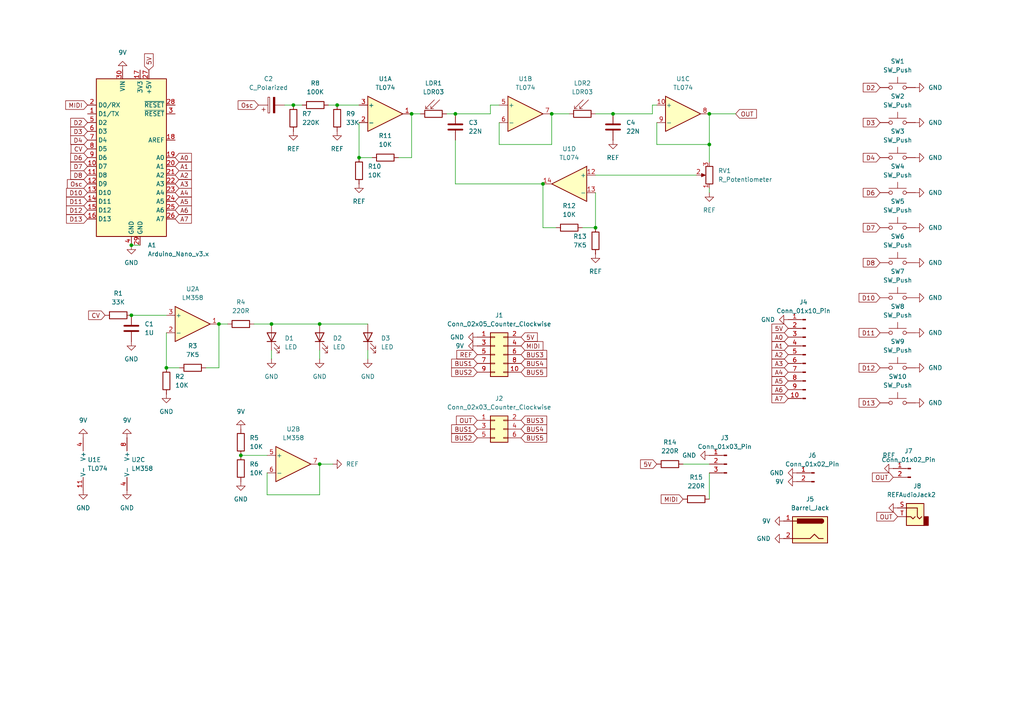
<source format=kicad_sch>
(kicad_sch (version 20231120) (generator "eeschema") (generator_version "8.0")
  (paper "A4")
  (lib_symbols
    (symbol "Amplifier_Operational:LM358" (pin_names (offset 0.127))
      (property "Reference" "U" (at 0 5.08 0))
      (property "Value" "LM358" (at 0 -5.08 0))
      (symbol "LM358_1_1"
        (pin output line (at 7.62 0 180) (length 2.54) (name "~") (number "1"))
        (pin input line (at -7.62 -2.54 0) (length 2.54) (name "-") (number "2"))
        (pin input line (at -7.62 2.54 0) (length 2.54) (name "+") (number "3"))
      )
      (symbol "LM358_2_1"
        (pin input line (at -7.62 2.54 0) (length 2.54) (name "+") (number "5"))
        (pin input line (at -7.62 -2.54 0) (length 2.54) (name "-") (number "6"))
        (pin output line (at 7.62 0 180) (length 2.54) (name "~") (number "7"))
      )
      (symbol "LM358_3_1"
        (pin power_in line (at -2.54 -7.62 90) (length 3.81) (name "V-") (number "4"))
        (pin power_in line (at -2.54 7.62 270) (length 3.81) (name "V+") (number "8"))
      )
    )
    (symbol "Amplifier_Operational:TL074" (pin_names (offset 0.127))
      (property "Reference" "U" (at 0 5.08 0))
      (property "Value" "TL074" (at 0 -5.08 0))
      (symbol "TL074_1_1"
        (pin output line (at 7.62 0 180) (length 2.54) (name "~") (number "1"))
        (pin input line (at -7.62 -2.54 0) (length 2.54) (name "-") (number "2"))
        (pin input line (at -7.62 2.54 0) (length 2.54) (name "+") (number "3"))
      )
      (symbol "TL074_2_1"
        (pin input line (at -7.62 2.54 0) (length 2.54) (name "+") (number "5"))
        (pin input line (at -7.62 -2.54 0) (length 2.54) (name "-") (number "6"))
        (pin output line (at 7.62 0 180) (length 2.54) (name "~") (number "7"))
      )
      (symbol "TL074_3_1"
        (pin input line (at -7.62 2.54 0) (length 2.54) (name "+") (number "10"))
        (pin output line (at 7.62 0 180) (length 2.54) (name "~") (number "8"))
        (pin input line (at -7.62 -2.54 0) (length 2.54) (name "-") (number "9"))
      )
      (symbol "TL074_4_1"
        (pin input line (at -7.62 2.54 0) (length 2.54) (name "+") (number "12"))
        (pin input line (at -7.62 -2.54 0) (length 2.54) (name "-") (number "13"))
        (pin output line (at 7.62 0 180) (length 2.54) (name "~") (number "14"))
      )
      (symbol "TL074_5_1"
        (pin power_in line (at -2.54 -7.62 90) (length 3.81) (name "V-") (number "11"))
        (pin power_in line (at -2.54 7.62 270) (length 3.81) (name "V+") (number "4"))
      )
    )
    (symbol "Connector:Barrel_Jack" (pin_names (offset 1.016))
      (property "Reference" "J" (at 0 5.334 0))
      (property "Value" "Barrel_Jack" (at 0 -5.08 0))
      (symbol "Barrel_Jack_1_1"
        (pin passive line (at 7.62 2.54 180) (length 2.54) (name "~") (number "1"))
        (pin passive line (at 7.62 -2.54 180) (length 2.54) (name "~") (number "2"))
      )
    )
    (symbol "Connector:Conn_01x02_Pin" (pin_names (offset 1.016) hide)
      (property "Reference" "J" (at 0 2.54 0))
      (property "Value" "Conn_01x02_Pin" (at 0 -5.08 0))
      (symbol "Conn_01x02_Pin_1_1"
        (pin passive line (at 5.08 0 180) (length 3.81) (name "Pin_1") (number "1"))
        (pin passive line (at 5.08 -2.54 180) (length 3.81) (name "Pin_2") (number "2"))
      )
    )
    (symbol "Connector:Conn_01x03_Pin" (pin_names (offset 1.016) hide)
      (property "Reference" "J" (at 0 5.08 0))
      (property "Value" "Conn_01x03_Pin" (at 0 -5.08 0))
      (symbol "Conn_01x03_Pin_1_1"
        (pin passive line (at 5.08 2.54 180) (length 3.81) (name "Pin_1") (number "1"))
        (pin passive line (at 5.08 0 180) (length 3.81) (name "Pin_2") (number "2"))
        (pin passive line (at 5.08 -2.54 180) (length 3.81) (name "Pin_3") (number "3"))
      )
    )
    (symbol "Connector:Conn_01x10_Pin" (pin_names (offset 1.016) hide)
      (property "Reference" "J" (at 0 12.7 0))
      (property "Value" "Conn_01x10_Pin" (at 0 -15.24 0))
      (symbol "Conn_01x10_Pin_1_1"
        (pin passive line (at 5.08 10.16 180) (length 3.81) (name "Pin_1") (number "1"))
        (pin passive line (at 5.08 -12.7 180) (length 3.81) (name "Pin_10") (number "10"))
        (pin passive line (at 5.08 7.62 180) (length 3.81) (name "Pin_2") (number "2"))
        (pin passive line (at 5.08 5.08 180) (length 3.81) (name "Pin_3") (number "3"))
        (pin passive line (at 5.08 2.54 180) (length 3.81) (name "Pin_4") (number "4"))
        (pin passive line (at 5.08 0 180) (length 3.81) (name "Pin_5") (number "5"))
        (pin passive line (at 5.08 -2.54 180) (length 3.81) (name "Pin_6") (number "6"))
        (pin passive line (at 5.08 -5.08 180) (length 3.81) (name "Pin_7") (number "7"))
        (pin passive line (at 5.08 -7.62 180) (length 3.81) (name "Pin_8") (number "8"))
        (pin passive line (at 5.08 -10.16 180) (length 3.81) (name "Pin_9") (number "9"))
      )
    )
    (symbol "Connector_Audio:AudioJack2"
      (property "Reference" "J" (at 0 8.89 0))
      (property "Value" "AudioJack2" (at 0 6.35 0))
      (symbol "AudioJack2_1_1"
        (pin passive line (at 5.08 2.54 180) (length 2.54) (name "~") (number "S"))
        (pin passive line (at 5.08 0 180) (length 2.54) (name "~") (number "T"))
      )
    )
    (symbol "Connector_Generic:Conn_02x03_Odd_Even" (pin_names (offset 1.016) hide)
      (property "Reference" "J" (at 1.27 5.08 0))
      (property "Value" "Conn_02x03_Odd_Even" (at 1.27 -5.08 0))
      (symbol "Conn_02x03_Odd_Even_1_1"
        (pin passive line (at -5.08 2.54 0) (length 3.81) (name "Pin_1") (number "1"))
        (pin passive line (at 7.62 2.54 180) (length 3.81) (name "Pin_2") (number "2"))
        (pin passive line (at -5.08 0 0) (length 3.81) (name "Pin_3") (number "3"))
        (pin passive line (at 7.62 0 180) (length 3.81) (name "Pin_4") (number "4"))
        (pin passive line (at -5.08 -2.54 0) (length 3.81) (name "Pin_5") (number "5"))
        (pin passive line (at 7.62 -2.54 180) (length 3.81) (name "Pin_6") (number "6"))
      )
    )
    (symbol "Connector_Generic:Conn_02x05_Odd_Even" (pin_names (offset 1.016) hide)
      (property "Reference" "J" (at 1.27 7.62 0))
      (property "Value" "Conn_02x05_Odd_Even" (at 1.27 -7.62 0))
      (symbol "Conn_02x05_Odd_Even_1_1"
        (pin passive line (at -5.08 5.08 0) (length 3.81) (name "Pin_1") (number "1"))
        (pin passive line (at 7.62 -5.08 180) (length 3.81) (name "Pin_10") (number "10"))
        (pin passive line (at 7.62 5.08 180) (length 3.81) (name "Pin_2") (number "2"))
        (pin passive line (at -5.08 2.54 0) (length 3.81) (name "Pin_3") (number "3"))
        (pin passive line (at 7.62 2.54 180) (length 3.81) (name "Pin_4") (number "4"))
        (pin passive line (at -5.08 0 0) (length 3.81) (name "Pin_5") (number "5"))
        (pin passive line (at 7.62 0 180) (length 3.81) (name "Pin_6") (number "6"))
        (pin passive line (at -5.08 -2.54 0) (length 3.81) (name "Pin_7") (number "7"))
        (pin passive line (at 7.62 -2.54 180) (length 3.81) (name "Pin_8") (number "8"))
        (pin passive line (at -5.08 -5.08 0) (length 3.81) (name "Pin_9") (number "9"))
      )
    )
    (symbol "Device:C" (pin_numbers hide) (pin_names (offset 0.254))
      (property "Reference" "C" (at 0.635 2.54 0))
      (property "Value" "C" (at 0.635 -2.54 0))
      (symbol "C_1_1"
        (pin passive line (at 0 3.81 270) (length 2.794) (name "~") (number "1"))
        (pin passive line (at 0 -3.81 90) (length 2.794) (name "~") (number "2"))
      )
    )
    (symbol "Device:C_Polarized" (pin_numbers hide) (pin_names (offset 0.254))
      (property "Reference" "C" (at 0.635 2.54 0))
      (property "Value" "C_Polarized" (at 0.635 -2.54 0))
      (symbol "C_Polarized_1_1"
        (pin passive line (at 0 3.81 270) (length 2.794) (name "~") (number "1"))
        (pin passive line (at 0 -3.81 90) (length 2.794) (name "~") (number "2"))
      )
    )
    (symbol "Device:LED" (pin_numbers hide) (pin_names (offset 1.016) hide)
      (property "Reference" "D" (at 0 2.54 0))
      (property "Value" "LED" (at 0 -2.54 0))
      (symbol "LED_1_1"
        (pin passive line (at -3.81 0 0) (length 2.54) (name "K") (number "1"))
        (pin passive line (at 3.81 0 180) (length 2.54) (name "A") (number "2"))
      )
    )
    (symbol "Device:R" (pin_numbers hide) (pin_names (offset 0))
      (property "Reference" "R" (at 2.032 0 90))
      (property "Value" "R" (at 0 0 90))
      (symbol "R_1_1"
        (pin passive line (at 0 3.81 270) (length 1.27) (name "~") (number "1"))
        (pin passive line (at 0 -3.81 90) (length 1.27) (name "~") (number "2"))
      )
    )
    (symbol "Device:R_Potentiometer" (pin_names (offset 1.016) hide)
      (property "Reference" "RV" (at -4.445 0 90))
      (property "Value" "R_Potentiometer" (at -2.54 0 90))
      (symbol "R_Potentiometer_1_1"
        (pin passive line (at 0 3.81 270) (length 1.27) (name "1") (number "1"))
        (pin passive line (at 3.81 0 180) (length 1.27) (name "2") (number "2"))
        (pin passive line (at 0 -3.81 90) (length 1.27) (name "3") (number "3"))
      )
    )
    (symbol "MCU_Module:Arduino_Nano_v3.x"
      (property "Reference" "A" (at -10.16 23.495 0))
      (property "Value" "Arduino_Nano_v3.x" (at 5.08 -24.13 0))
      (symbol "Arduino_Nano_v3.x_1_1"
        (pin bidirectional line (at -12.7 12.7 0) (length 2.54) (name "D1/TX") (number "1"))
        (pin bidirectional line (at -12.7 -2.54 0) (length 2.54) (name "D7") (number "10"))
        (pin bidirectional line (at -12.7 -5.08 0) (length 2.54) (name "D8") (number "11"))
        (pin bidirectional line (at -12.7 -7.62 0) (length 2.54) (name "D9") (number "12"))
        (pin bidirectional line (at -12.7 -10.16 0) (length 2.54) (name "D10") (number "13"))
        (pin bidirectional line (at -12.7 -12.7 0) (length 2.54) (name "D11") (number "14"))
        (pin bidirectional line (at -12.7 -15.24 0) (length 2.54) (name "D12") (number "15"))
        (pin bidirectional line (at -12.7 -17.78 0) (length 2.54) (name "D13") (number "16"))
        (pin power_out line (at 2.54 25.4 270) (length 2.54) (name "3V3") (number "17"))
        (pin input line (at 12.7 5.08 180) (length 2.54) (name "AREF") (number "18"))
        (pin bidirectional line (at 12.7 0 180) (length 2.54) (name "A0") (number "19"))
        (pin bidirectional line (at -12.7 15.24 0) (length 2.54) (name "D0/RX") (number "2"))
        (pin bidirectional line (at 12.7 -2.54 180) (length 2.54) (name "A1") (number "20"))
        (pin bidirectional line (at 12.7 -5.08 180) (length 2.54) (name "A2") (number "21"))
        (pin bidirectional line (at 12.7 -7.62 180) (length 2.54) (name "A3") (number "22"))
        (pin bidirectional line (at 12.7 -10.16 180) (length 2.54) (name "A4") (number "23"))
        (pin bidirectional line (at 12.7 -12.7 180) (length 2.54) (name "A5") (number "24"))
        (pin bidirectional line (at 12.7 -15.24 180) (length 2.54) (name "A6") (number "25"))
        (pin bidirectional line (at 12.7 -17.78 180) (length 2.54) (name "A7") (number "26"))
        (pin power_out line (at 5.08 25.4 270) (length 2.54) (name "+5V") (number "27"))
        (pin input line (at 12.7 15.24 180) (length 2.54) (name "~{RESET}") (number "28"))
        (pin power_in line (at 2.54 -25.4 90) (length 2.54) (name "GND") (number "29"))
        (pin input line (at 12.7 12.7 180) (length 2.54) (name "~{RESET}") (number "3"))
        (pin power_in line (at -2.54 25.4 270) (length 2.54) (name "VIN") (number "30"))
        (pin power_in line (at 0 -25.4 90) (length 2.54) (name "GND") (number "4"))
        (pin bidirectional line (at -12.7 10.16 0) (length 2.54) (name "D2") (number "5"))
        (pin bidirectional line (at -12.7 7.62 0) (length 2.54) (name "D3") (number "6"))
        (pin bidirectional line (at -12.7 5.08 0) (length 2.54) (name "D4") (number "7"))
        (pin bidirectional line (at -12.7 2.54 0) (length 2.54) (name "D5") (number "8"))
        (pin bidirectional line (at -12.7 0 0) (length 2.54) (name "D6") (number "9"))
      )
    )
    (symbol "Sensor_Optical:LDR03" (pin_numbers hide) (pin_names (offset 0))
      (property "Reference" "R" (at -5.08 0 90))
      (property "Value" "LDR03" (at 1.905 0 90))
      (symbol "LDR03_1_1"
        (pin passive line (at 0 3.81 270) (length 1.27) (name "~") (number "1"))
        (pin passive line (at 0 -3.81 90) (length 1.27) (name "~") (number "2"))
      )
    )
    (symbol "Switch:SW_Push" (pin_numbers hide) (pin_names (offset 1.016) hide)
      (property "Reference" "SW" (at 1.27 2.54 0))
      (property "Value" "SW_Push" (at 0 -1.524 0))
      (symbol "SW_Push_0_1"
        (pin passive line (at -5.08 0 0) (length 2.54) (name "1") (number "1"))
        (pin passive line (at 5.08 0 180) (length 2.54) (name "2") (number "2"))
      )
    )
    (symbol "power:GND" (power) (pin_numbers hide) (pin_names (offset 0) hide)
      (property "Value" "GND" (at 0 -3.81 0))
      (symbol "GND_1_1"
        (pin power_in line (at 0 0 270) (length 0) (name "~") (number "1"))
      )
    )
  )
  (junction (at 205.74 41.91))
  (junction (at 132.08 33.02))
  (junction (at 38.1 71.12))
  (junction (at 48.26 106.68))
  (junction (at 177.8 33.02))
  (junction (at 160.02 33.02))
  (junction (at 119.38 33.02))
  (junction (at 63.5 93.98))
  (junction (at 104.14 45.72))
  (junction (at 69.85 132.08))
  (junction (at 157.48 53.34))
  (junction (at 205.74 33.02))
  (junction (at 92.71 134.62))
  (junction (at 97.79 30.48))
  (junction (at 38.1 91.44))
  (junction (at 78.74 93.98))
  (junction (at 85.09 30.48))
  (junction (at 92.71 93.98))
  (junction (at 172.72 66.04))
  (no_connect (at 205.74 290.83))
  (no_connect (at 123.19 227.33))
  (wire (pts (xy 189.23 30.48) (xy 189.23 33.02)))
  (wire (pts (xy 189.23 33.02) (xy 177.8 33.02)))
  (wire (pts (xy 132.08 40.64) (xy 132.08 53.34)))
  (wire (pts (xy 48.26 106.68) (xy 48.26 96.52)))
  (wire (pts (xy 96.52 134.62) (xy 92.71 134.62)))
  (wire (pts (xy 85.09 30.48) (xy 87.63 30.48)))
  (wire (pts (xy 168.91 66.04) (xy 172.72 66.04)))
  (wire (pts (xy 190.5 41.91) (xy 205.74 41.91)))
  (wire (pts (xy 132.08 53.34) (xy 157.48 53.34)))
  (wire (pts (xy 165.1 33.02) (xy 160.02 33.02)))
  (wire (pts (xy 95.25 30.48) (xy 97.79 30.48)))
  (wire (pts (xy 142.24 30.48) (xy 142.24 33.02)))
  (wire (pts (xy 121.92 33.02) (xy 119.38 33.02)))
  (wire (pts (xy 142.24 30.48) (xy 144.78 30.48)))
  (wire (pts (xy 69.85 132.08) (xy 77.47 132.08)))
  (wire (pts (xy 38.1 71.12) (xy 40.64 71.12)))
  (wire (pts (xy 160.02 41.91) (xy 160.02 33.02)))
  (wire (pts (xy 190.5 35.56) (xy 190.5 41.91)))
  (wire (pts (xy 198.12 134.62) (xy 205.74 134.62)))
  (wire (pts (xy 205.74 46.99) (xy 205.74 41.91)))
  (wire (pts (xy 77.47 137.16) (xy 77.47 143.51)))
  (wire (pts (xy 172.72 50.8) (xy 201.93 50.8)))
  (wire (pts (xy 132.08 33.02) (xy 129.54 33.02)))
  (wire (pts (xy 107.95 45.72) (xy 104.14 45.72)))
  (wire (pts (xy 205.74 33.02) (xy 213.36 33.02)))
  (wire (pts (xy 78.74 93.98) (xy 73.66 93.98)))
  (wire (pts (xy 48.26 106.68) (xy 52.07 106.68)))
  (wire (pts (xy 119.38 45.72) (xy 115.57 45.72)))
  (wire (pts (xy 144.78 35.56) (xy 144.78 41.91)))
  (wire (pts (xy 205.74 144.78) (xy 205.74 137.16)))
  (wire (pts (xy 106.68 104.14) (xy 106.68 101.6)))
  (wire (pts (xy 78.74 93.98) (xy 92.71 93.98)))
  (wire (pts (xy 97.79 30.48) (xy 104.14 30.48)))
  (wire (pts (xy 92.71 143.51) (xy 92.71 134.62)))
  (wire (pts (xy 172.72 55.88) (xy 172.72 66.04)))
  (wire (pts (xy 205.74 41.91) (xy 205.74 33.02)))
  (wire (pts (xy 59.69 106.68) (xy 63.5 106.68)))
  (wire (pts (xy 63.5 93.98) (xy 63.5 106.68)))
  (wire (pts (xy 205.74 54.61) (xy 205.74 55.88)))
  (wire (pts (xy 104.14 45.72) (xy 104.14 35.56)))
  (wire (pts (xy 78.74 104.14) (xy 78.74 101.6)))
  (wire (pts (xy 82.55 30.48) (xy 85.09 30.48)))
  (wire (pts (xy 190.5 30.48) (xy 189.23 30.48)))
  (wire (pts (xy 92.71 104.14) (xy 92.71 101.6)))
  (wire (pts (xy 119.38 33.02) (xy 119.38 45.72)))
  (wire (pts (xy 66.04 93.98) (xy 63.5 93.98)))
  (wire (pts (xy 177.8 33.02) (xy 172.72 33.02)))
  (wire (pts (xy 144.78 41.91) (xy 160.02 41.91)))
  (wire (pts (xy 142.24 33.02) (xy 132.08 33.02)))
  (wire (pts (xy 157.48 53.34) (xy 157.48 66.04)))
  (wire (pts (xy 157.48 66.04) (xy 161.29 66.04)))
  (wire (pts (xy 77.47 143.51) (xy 92.71 143.51)))
  (wire (pts (xy 92.71 93.98) (xy 106.68 93.98)))
  (wire (pts (xy 38.1 91.44) (xy 48.26 91.44)))
  (global_label "A7" (shape input) (at 50.8 63.5 0) (property "Intersheetrefs" "${INTERSHEET_REFS}" (effects (hide yes))))
  (global_label "A4" (shape input) (at 50.8 55.88 0) (property "Intersheetrefs" "${INTERSHEET_REFS}" (effects (hide yes))))
  (global_label "A6" (shape input) (at 50.8 60.96 0) (property "Intersheetrefs" "${INTERSHEET_REFS}" (effects (hide yes))))
  (global_label "MIDI" (shape input) (at 198.12 144.78 180) (property "Intersheetrefs" "${INTERSHEET_REFS}" (effects (hide yes))))
  (global_label "D4" (shape input) (at 25.4 40.64 180) (property "Intersheetrefs" "${INTERSHEET_REFS}" (effects (hide yes))))
  (global_label "BUS1" (shape input) (at 138.43 124.46 180) (property "Intersheetrefs" "${INTERSHEET_REFS}" (effects (hide yes))))
  (global_label "REF" (shape input) (at 138.43 102.87 180) (property "Intersheetrefs" "${INTERSHEET_REFS}" (effects (hide yes))))
  (global_label "D3" (shape input) (at 255.27 35.56 180) (property "Intersheetrefs" "${INTERSHEET_REFS}" (effects (hide yes))))
  (global_label "D10" (shape input) (at 255.27 86.36 180) (property "Intersheetrefs" "${INTERSHEET_REFS}" (effects (hide yes))))
  (global_label "BUS3" (shape input) (at 151.13 102.87 0) (property "Intersheetrefs" "${INTERSHEET_REFS}" (effects (hide yes))))
  (global_label "A0" (shape input) (at 50.8 45.72 0) (property "Intersheetrefs" "${INTERSHEET_REFS}" (effects (hide yes))))
  (global_label "MIDI" (shape input) (at 151.13 100.33 0) (property "Intersheetrefs" "${INTERSHEET_REFS}" (effects (hide yes))))
  (global_label "A1" (shape input) (at 50.8 48.26 0) (property "Intersheetrefs" "${INTERSHEET_REFS}" (effects (hide yes))))
  (global_label "A2" (shape input) (at 228.6 102.87 180) (property "Intersheetrefs" "${INTERSHEET_REFS}" (effects (hide yes))))
  (global_label "OUT" (shape input) (at 138.43 121.92 180) (property "Intersheetrefs" "${INTERSHEET_REFS}" (effects (hide yes))))
  (global_label "D12" (shape input) (at 25.4 60.96 180) (property "Intersheetrefs" "${INTERSHEET_REFS}" (effects (hide yes))))
  (global_label "D13" (shape input) (at 255.27 116.84 180) (property "Intersheetrefs" "${INTERSHEET_REFS}" (effects (hide yes))))
  (global_label "BUS2" (shape input) (at 138.43 127 180) (property "Intersheetrefs" "${INTERSHEET_REFS}" (effects (hide yes))))
  (global_label "5V" (shape input) (at 190.5 134.62 180) (property "Intersheetrefs" "${INTERSHEET_REFS}" (effects (hide yes))))
  (global_label "OUT" (shape input) (at 213.36 33.02 0) (property "Intersheetrefs" "${INTERSHEET_REFS}" (effects (hide yes))))
  (global_label "A3" (shape input) (at 228.6 105.41 180) (property "Intersheetrefs" "${INTERSHEET_REFS}" (effects (hide yes))))
  (global_label "5V" (shape input) (at 151.13 97.79 0) (property "Intersheetrefs" "${INTERSHEET_REFS}" (effects (hide yes))))
  (global_label "5V" (shape input) (at 228.6 95.25 180) (property "Intersheetrefs" "${INTERSHEET_REFS}" (effects (hide yes))))
  (global_label "D2" (shape input) (at 25.4 35.56 180) (property "Intersheetrefs" "${INTERSHEET_REFS}" (effects (hide yes))))
  (global_label "D3" (shape input) (at 25.4 38.1 180) (property "Intersheetrefs" "${INTERSHEET_REFS}" (effects (hide yes))))
  (global_label "OUT" (shape input) (at 259.08 138.43 180) (property "Intersheetrefs" "${INTERSHEET_REFS}" (effects (hide yes))))
  (global_label "5V" (shape input) (at 43.18 20.32 90) (property "Intersheetrefs" "${INTERSHEET_REFS}" (effects (hide yes))))
  (global_label "D8" (shape input) (at 255.27 76.2 180) (property "Intersheetrefs" "${INTERSHEET_REFS}" (effects (hide yes))))
  (global_label "BUS1" (shape input) (at 138.43 105.41 180) (property "Intersheetrefs" "${INTERSHEET_REFS}" (effects (hide yes))))
  (global_label "A4" (shape input) (at 228.6 107.95 180) (property "Intersheetrefs" "${INTERSHEET_REFS}" (effects (hide yes))))
  (global_label "Osc" (shape input) (at 74.93 30.48 180) (property "Intersheetrefs" "${INTERSHEET_REFS}" (effects (hide yes))))
  (global_label "CV" (shape input) (at 25.4 43.18 180) (property "Intersheetrefs" "${INTERSHEET_REFS}" (effects (hide yes))))
  (global_label "D10" (shape input) (at 25.4 55.88 180) (property "Intersheetrefs" "${INTERSHEET_REFS}" (effects (hide yes))))
  (global_label "BUS3" (shape input) (at 151.13 121.92 0) (property "Intersheetrefs" "${INTERSHEET_REFS}" (effects (hide yes))))
  (global_label "D2" (shape input) (at 255.27 25.4 180) (property "Intersheetrefs" "${INTERSHEET_REFS}" (effects (hide yes))))
  (global_label "BUS4" (shape input) (at 151.13 124.46 0) (property "Intersheetrefs" "${INTERSHEET_REFS}" (effects (hide yes))))
  (global_label "Osc" (shape input) (at 25.4 53.34 180) (property "Intersheetrefs" "${INTERSHEET_REFS}" (effects (hide yes))))
  (global_label "D4" (shape input) (at 255.27 45.72 180) (property "Intersheetrefs" "${INTERSHEET_REFS}" (effects (hide yes))))
  (global_label "D11" (shape input) (at 25.4 58.42 180) (property "Intersheetrefs" "${INTERSHEET_REFS}" (effects (hide yes))))
  (global_label "BUS5" (shape input) (at 151.13 127 0) (property "Intersheetrefs" "${INTERSHEET_REFS}" (effects (hide yes))))
  (global_label "A6" (shape input) (at 228.6 113.03 180) (property "Intersheetrefs" "${INTERSHEET_REFS}" (effects (hide yes))))
  (global_label "A5" (shape input) (at 50.8 58.42 0) (property "Intersheetrefs" "${INTERSHEET_REFS}" (effects (hide yes))))
  (global_label "A3" (shape input) (at 50.8 53.34 0) (property "Intersheetrefs" "${INTERSHEET_REFS}" (effects (hide yes))))
  (global_label "D6" (shape input) (at 25.4 45.72 180) (property "Intersheetrefs" "${INTERSHEET_REFS}" (effects (hide yes))))
  (global_label "A7" (shape input) (at 228.6 115.57 180) (property "Intersheetrefs" "${INTERSHEET_REFS}" (effects (hide yes))))
  (global_label "BUS4" (shape input) (at 151.13 105.41 0) (property "Intersheetrefs" "${INTERSHEET_REFS}" (effects (hide yes))))
  (global_label "A1" (shape input) (at 228.6 100.33 180) (property "Intersheetrefs" "${INTERSHEET_REFS}" (effects (hide yes))))
  (global_label "A5" (shape input) (at 228.6 110.49 180) (property "Intersheetrefs" "${INTERSHEET_REFS}" (effects (hide yes))))
  (global_label "BUS5" (shape input) (at 151.13 107.95 0) (property "Intersheetrefs" "${INTERSHEET_REFS}" (effects (hide yes))))
  (global_label "D7" (shape input) (at 25.4 48.26 180) (property "Intersheetrefs" "${INTERSHEET_REFS}" (effects (hide yes))))
  (global_label "D8" (shape input) (at 25.4 50.8 180) (property "Intersheetrefs" "${INTERSHEET_REFS}" (effects (hide yes))))
  (global_label "A0" (shape input) (at 228.6 97.79 180) (property "Intersheetrefs" "${INTERSHEET_REFS}" (effects (hide yes))))
  (global_label "D7" (shape input) (at 255.27 66.04 180) (property "Intersheetrefs" "${INTERSHEET_REFS}" (effects (hide yes))))
  (global_label "D11" (shape input) (at 255.27 96.52 180) (property "Intersheetrefs" "${INTERSHEET_REFS}" (effects (hide yes))))
  (global_label "CV" (shape input) (at 30.48 91.44 180) (property "Intersheetrefs" "${INTERSHEET_REFS}" (effects (hide yes))))
  (global_label "OUT" (shape input) (at 260.35 149.86 180) (property "Intersheetrefs" "${INTERSHEET_REFS}" (effects (hide yes))))
  (global_label "MIDI" (shape input) (at 25.4 30.48 180) (property "Intersheetrefs" "${INTERSHEET_REFS}" (effects (hide yes))))
  (global_label "A2" (shape input) (at 50.8 50.8 0) (property "Intersheetrefs" "${INTERSHEET_REFS}" (effects (hide yes))))
  (global_label "D12" (shape input) (at 255.27 106.68 180) (property "Intersheetrefs" "${INTERSHEET_REFS}" (effects (hide yes))))
  (global_label "D6" (shape input) (at 255.27 55.88 180) (property "Intersheetrefs" "${INTERSHEET_REFS}" (effects (hide yes))))
  (global_label "D13" (shape input) (at 25.4 63.5 180) (property "Intersheetrefs" "${INTERSHEET_REFS}" (effects (hide yes))))
  (global_label "BUS2" (shape input) (at 138.43 107.95 180) (property "Intersheetrefs" "${INTERSHEET_REFS}" (effects (hide yes))))
  (symbol (lib_id "Sensor_Optical:LDR03") (at 168.91 33.02 270) (unit 1)
    (property "Reference" "LDR2" (at 168.91 24.13 90))
    (property "Value" "LDR03" (at 168.91 26.67 90))
    (property "Footprint" "OptoDevice:R_LDR_5.0x4.1mm_P3mm_Vertical" (effects (hide yes)))
    (property "Datasheet" "http://www.elektronica-componenten.nl/WebRoot/StoreNL/Shops/61422969/54F1/BA0C/C664/31B9/2173/C0A8/2AB9/2AEF/LDR03IMP.pdf" (effects (hide yes)))
    (property "Description" "light dependent resistor" (effects (hide yes)))
  )
  (symbol (lib_id "power:GND") (at 36.83 127 180) (unit 1)
    (property "Reference" "#PWR04" (effects (hide yes)))
    (property "Value" "9V" (at 36.83 121.92 0))
    (property "Description" "Power symbol creates a global label with name \"GND\" , ground" (effects (hide yes)))
  )
  (symbol (lib_id "power:GND") (at 38.1 99.06 0) (unit 1)
    (property "Reference" "#PWR07" (effects (hide yes)))
    (property "Value" "GND" (at 38.1 104.14 0))
    (property "Description" "Power symbol creates a global label with name \"GND\" , ground" (effects (hide yes)))
  )
  (symbol (lib_id "power:GND") (at 205.74 55.88 0) (unit 1)
    (property "Reference" "#PWR022" (effects (hide yes)))
    (property "Value" "REF" (at 205.74 60.96 0))
    (property "Description" "Power symbol creates a global label with name \"GND\" , ground" (effects (hide yes)))
  )
  (symbol (lib_id "power:GND") (at 106.68 104.14 0) (unit 1)
    (property "Reference" "#PWR017" (effects (hide yes)))
    (property "Value" "GND" (at 106.68 109.22 0))
    (property "Description" "Power symbol creates a global label with name \"GND\" , ground" (effects (hide yes)))
  )
  (symbol (lib_id "Device:R") (at 91.44 30.48 90) (unit 1)
    (property "Reference" "R8" (at 91.44 24.13 90))
    (property "Value" "100K" (at 91.44 26.67 90))
    (property "Footprint" "Resistor_THT:R_Axial_DIN0207_L6.3mm_D2.5mm_P10.16mm_Horizontal" (effects (hide yes)))
    (property "Description" "Resistor" (effects (hide yes)))
  )
  (symbol (lib_id "power:GND") (at 265.43 86.36 90) (unit 1)
    (property "Reference" "#PWR037" (effects (hide yes)))
    (property "Value" "GND" (at 269.24 86.3599 90) (effects (justify right)))
    (property "Description" "Power symbol creates a global label with name \"GND\" , ground" (effects (hide yes)))
  )
  (symbol (lib_id "Connector:Conn_01x03_Pin") (at 210.82 134.62 0) (mirror y) (unit 1)
    (property "Reference" "J3" (at 210.185 127 0))
    (property "Value" "Conn_01x03_Pin" (at 210.185 129.54 0))
    (property "Footprint" "Connector_PinHeader_2.54mm:PinHeader_1x03_P2.54mm_Vertical" (effects (hide yes)))
    (property "Description" "Generic connector, single row, 01x03, script generated" (effects (hide yes)))
  )
  (symbol (lib_id "Amplifier_Operational:LM358") (at 39.37 134.62 0) (unit 3)
    (property "Reference" "U2" (at 38.1 133.3499 0) (effects (justify left)))
    (property "Value" "LM358" (at 38.1 135.8899 0) (effects (justify left)))
    (property "Footprint" "Package_DIP:DIP-8_W7.62mm" (effects (hide yes)))
    (property "Datasheet" "http://www.ti.com/lit/ds/symlink/lm2904-n.pdf" (effects (hide yes)))
    (property "Description" "Low-Power, Dual Operational Amplifiers, DIP-8/SOIC-8/TO-99-8" (effects (hide yes)))
  )
  (symbol (lib_id "Device:LED") (at 78.74 97.79 90) (unit 1)
    (property "Reference" "D1" (at 82.55 98.1074 90) (effects (justify right)))
    (property "Value" "LED" (at 82.55 100.6474 90) (effects (justify right)))
    (property "Footprint" "LED_THT:LED_D5.0mm" (effects (hide yes)))
    (property "Description" "Light emitting diode" (effects (hide yes)))
  )
  (symbol (lib_id "Switch:SW_Push") (at 260.35 25.4 0) (mirror y) (unit 1)
    (property "Reference" "SW1" (at 260.35 17.78 0))
    (property "Value" "SW_Push" (at 260.35 20.32 0))
    (property "Footprint" "Connector_PinHeader_2.54mm:PinHeader_1x02_P2.54mm_Vertical" (effects (hide yes)))
    (property "Description" "Push button switch, generic, two pins" (effects (hide yes)))
  )
  (symbol (lib_id "Connector:Conn_01x02_Pin") (at 236.22 137.16 0) (mirror y) (unit 1)
    (property "Reference" "J6" (at 235.585 132.08 0))
    (property "Value" "Conn_01x02_Pin" (at 235.585 134.62 0))
    (property "Footprint" "Connector_PinHeader_2.54mm:PinHeader_1x02_P2.54mm_Vertical" (effects (hide yes)))
    (property "Description" "Generic connector, single row, 01x02, script generated" (effects (hide yes)))
  )
  (symbol (lib_id "Amplifier_Operational:TL074") (at 111.76 33.02 0) (unit 1)
    (property "Reference" "U1" (at 111.76 22.86 0))
    (property "Value" "TL074" (at 111.76 25.4 0))
    (property "Footprint" "Package_DIP:DIP-14_W7.62mm" (effects (hide yes)))
    (property "Datasheet" "http://www.ti.com/lit/ds/symlink/tl071.pdf" (effects (hide yes)))
    (property "Description" "Quad Low-Noise JFET-Input Operational Amplifiers, DIP-14/SOIC-14" (effects (hide yes)))
  )
  (symbol (lib_id "power:GND") (at 265.43 45.72 90) (unit 1)
    (property "Reference" "#PWR033" (effects (hide yes)))
    (property "Value" "GND" (at 269.24 45.7199 90) (effects (justify right)))
    (property "Description" "Power symbol creates a global label with name \"GND\" , ground" (effects (hide yes)))
  )
  (symbol (lib_id "Device:R") (at 165.1 66.04 90) (mirror x) (unit 1)
    (property "Reference" "R12" (at 165.1 59.69 90))
    (property "Value" "10K" (at 165.1 62.23 90))
    (property "Footprint" "Resistor_THT:R_Axial_DIN0207_L6.3mm_D2.5mm_P10.16mm_Horizontal" (effects (hide yes)))
    (property "Description" "Resistor" (effects (hide yes)))
  )
  (symbol (lib_id "power:GND") (at 96.52 134.62 90) (mirror x) (unit 1)
    (property "Reference" "#PWR014" (effects (hide yes)))
    (property "Value" "REF" (at 100.33 134.6199 90) (effects (justify right)))
    (property "Description" "Power symbol creates a global label with name \"GND\" , ground" (effects (hide yes)))
  )
  (symbol (lib_id "Device:R") (at 55.88 106.68 270) (unit 1)
    (property "Reference" "R3" (at 55.88 100.33 90))
    (property "Value" "7K5" (at 55.88 102.87 90))
    (property "Footprint" "Resistor_THT:R_Axial_DIN0207_L6.3mm_D2.5mm_P10.16mm_Horizontal" (effects (hide yes)))
    (property "Description" "Resistor" (effects (hide yes)))
  )
  (symbol (lib_id "Amplifier_Operational:TL074") (at 198.12 33.02 0) (unit 3)
    (property "Reference" "U1" (at 198.12 22.86 0))
    (property "Value" "TL074" (at 198.12 25.4 0))
    (property "Footprint" "Package_DIP:DIP-14_W7.62mm" (effects (hide yes)))
    (property "Datasheet" "http://www.ti.com/lit/ds/symlink/tl071.pdf" (effects (hide yes)))
    (property "Description" "Quad Low-Noise JFET-Input Operational Amplifiers, DIP-14/SOIC-14" (effects (hide yes)))
  )
  (symbol (lib_id "power:GND") (at 24.13 142.24 0) (unit 1)
    (property "Reference" "#PWR02" (effects (hide yes)))
    (property "Value" "GND" (at 24.13 147.32 0))
    (property "Description" "Power symbol creates a global label with name \"GND\" , ground" (effects (hide yes)))
  )
  (symbol (lib_id "Connector:Barrel_Jack") (at 234.95 153.67 0) (mirror y) (unit 1)
    (property "Reference" "J5" (at 234.95 144.78 0))
    (property "Value" "Barrel_Jack" (at 234.95 147.32 0))
    (property "Footprint" "Connector_BarrelJack:BarrelJack_GCT_DCJ200-10-A_Horizontal" (effects (hide yes)))
    (property "Description" "DC Barrel Jack" (effects (hide yes)))
  )
  (symbol (lib_id "power:GND") (at 265.43 96.52 90) (unit 1)
    (property "Reference" "#PWR038" (effects (hide yes)))
    (property "Value" "GND" (at 269.24 96.5199 90) (effects (justify right)))
    (property "Description" "Power symbol creates a global label with name \"GND\" , ground" (effects (hide yes)))
  )
  (symbol (lib_id "Amplifier_Operational:LM358") (at 55.88 93.98 0) (unit 1)
    (property "Reference" "U2" (at 55.88 83.82 0))
    (property "Value" "LM358" (at 55.88 86.36 0))
    (property "Footprint" "Package_DIP:DIP-8_W7.62mm" (effects (hide yes)))
    (property "Datasheet" "http://www.ti.com/lit/ds/symlink/lm2904-n.pdf" (effects (hide yes)))
    (property "Description" "Low-Power, Dual Operational Amplifiers, DIP-8/SOIC-8/TO-99-8" (effects (hide yes)))
  )
  (symbol (lib_id "Device:R") (at 97.79 34.29 0) (unit 1)
    (property "Reference" "R9" (at 100.33 33.0199 0) (effects (justify left)))
    (property "Value" "33K" (at 100.33 35.5599 0) (effects (justify left)))
    (property "Footprint" "Resistor_THT:R_Axial_DIN0207_L6.3mm_D2.5mm_P10.16mm_Horizontal" (effects (hide yes)))
    (property "Description" "Resistor" (effects (hide yes)))
  )
  (symbol (lib_id "power:GND") (at 69.85 139.7 0) (unit 1)
    (property "Reference" "#PWR010" (effects (hide yes)))
    (property "Value" "GND" (at 69.85 144.78 0))
    (property "Description" "Power symbol creates a global label with name \"GND\" , ground" (effects (hide yes)))
  )
  (symbol (lib_id "Switch:SW_Push") (at 260.35 96.52 0) (mirror y) (unit 1)
    (property "Reference" "SW8" (at 260.35 88.9 0))
    (property "Value" "SW_Push" (at 260.35 91.44 0))
    (property "Footprint" "Connector_PinHeader_2.54mm:PinHeader_1x02_P2.54mm_Vertical" (effects (hide yes)))
    (property "Description" "Push button switch, generic, two pins" (effects (hide yes)))
  )
  (symbol (lib_id "power:GND") (at 78.74 104.14 0) (unit 1)
    (property "Reference" "#PWR011" (effects (hide yes)))
    (property "Value" "GND" (at 78.74 109.22 0))
    (property "Description" "Power symbol creates a global label with name \"GND\" , ground" (effects (hide yes)))
  )
  (symbol (lib_id "power:GND") (at 228.6 92.71 270) (unit 1)
    (property "Reference" "#PWR026" (effects (hide yes)))
    (property "Value" "GND" (at 224.79 92.7099 90) (effects (justify right)))
    (property "Description" "Power symbol creates a global label with name \"GND\" , ground" (effects (hide yes)))
  )
  (symbol (lib_id "power:GND") (at 205.74 132.08 270) (unit 1)
    (property "Reference" "#PWR023" (effects (hide yes)))
    (property "Value" "GND" (at 201.93 132.0799 90) (effects (justify right)))
    (property "Description" "Power symbol creates a global label with name \"GND\" , ground" (effects (hide yes)))
  )
  (symbol (lib_id "Connector_Generic:Conn_02x05_Odd_Even") (at 143.51 102.87 0) (unit 1)
    (property "Reference" "J1" (at 144.78 91.44 0))
    (property "Value" "Conn_02x05_Counter_Clockwise" (at 144.78 93.98 0))
    (property "Footprint" "Connector_PinHeader_2.54mm:PinHeader_2x05_P2.54mm_Vertical" (effects (hide yes)))
    (property "Description" "Generic connector, double row, 02x05, odd/even pin numbering scheme (row 1 odd numbers, row 2 even numbers), script generated (kicad-library-utils/schlib/autogen/connector/)" (effects (hide yes)))
  )
  (symbol (lib_id "power:GND") (at 227.33 151.13 270) (unit 1)
    (property "Reference" "#PWR024" (effects (hide yes)))
    (property "Value" "9V" (at 223.52 151.1299 90) (effects (justify right)))
    (property "Description" "Power symbol creates a global label with name \"GND\" , ground" (effects (hide yes)))
  )
  (symbol (lib_id "power:GND") (at 265.43 35.56 90) (unit 1)
    (property "Reference" "#PWR032" (effects (hide yes)))
    (property "Value" "GND" (at 269.24 35.5599 90) (effects (justify right)))
    (property "Description" "Power symbol creates a global label with name \"GND\" , ground" (effects (hide yes)))
  )
  (symbol (lib_id "power:GND") (at 138.43 97.79 270) (unit 1)
    (property "Reference" "#PWR018" (effects (hide yes)))
    (property "Value" "GND" (at 134.62 97.7899 90) (effects (justify right)))
    (property "Description" "Power symbol creates a global label with name \"GND\" , ground" (effects (hide yes)))
  )
  (symbol (lib_id "power:GND") (at 24.13 127 180) (unit 1)
    (property "Reference" "#PWR01" (effects (hide yes)))
    (property "Value" "9V" (at 24.13 121.92 0))
    (property "Description" "Power symbol creates a global label with name \"GND\" , ground" (effects (hide yes)))
  )
  (symbol (lib_id "Switch:SW_Push") (at 260.35 106.68 0) (mirror y) (unit 1)
    (property "Reference" "SW9" (at 260.35 99.06 0))
    (property "Value" "SW_Push" (at 260.35 101.6 0))
    (property "Footprint" "Connector_PinHeader_2.54mm:PinHeader_1x02_P2.54mm_Vertical" (effects (hide yes)))
    (property "Description" "Push button switch, generic, two pins" (effects (hide yes)))
  )
  (symbol (lib_id "power:GND") (at 259.08 135.89 270) (unit 1)
    (property "Reference" "#PWR029" (effects (hide yes)))
    (property "Value" "REF" (at 257.81 132.08 90))
    (property "Description" "Power symbol creates a global label with name \"GND\" , ground" (effects (hide yes)))
  )
  (symbol (lib_id "Switch:SW_Push") (at 260.35 55.88 0) (mirror y) (unit 1)
    (property "Reference" "SW4" (at 260.35 48.26 0))
    (property "Value" "SW_Push" (at 260.35 50.8 0))
    (property "Footprint" "Connector_PinHeader_2.54mm:PinHeader_1x02_P2.54mm_Vertical" (effects (hide yes)))
    (property "Description" "Push button switch, generic, two pins" (effects (hide yes)))
  )
  (symbol (lib_id "power:GND") (at 36.83 142.24 0) (unit 1)
    (property "Reference" "#PWR05" (effects (hide yes)))
    (property "Value" "GND" (at 36.83 147.32 0))
    (property "Description" "Power symbol creates a global label with name \"GND\" , ground" (effects (hide yes)))
  )
  (symbol (lib_id "Device:C") (at 132.08 36.83 0) (unit 1)
    (property "Reference" "C3" (at 135.89 35.5599 0) (effects (justify left)))
    (property "Value" "22N" (at 135.89 38.0999 0) (effects (justify left)))
    (property "Footprint" "Capacitor_THT:C_Disc_D7.0mm_W2.5mm_P5.00mm" (effects (hide yes)))
    (property "Description" "Unpolarized capacitor" (effects (hide yes)))
  )
  (symbol (lib_id "power:GND") (at 69.85 124.46 180) (unit 1)
    (property "Reference" "#PWR09" (effects (hide yes)))
    (property "Value" "9V" (at 69.85 119.38 0))
    (property "Description" "Power symbol creates a global label with name \"GND\" , ground" (effects (hide yes)))
  )
  (symbol (lib_id "power:GND") (at 265.43 25.4 90) (unit 1)
    (property "Reference" "#PWR031" (effects (hide yes)))
    (property "Value" "GND" (at 269.24 25.3999 90) (effects (justify right)))
    (property "Description" "Power symbol creates a global label with name \"GND\" , ground" (effects (hide yes)))
  )
  (symbol (lib_id "power:GND") (at 38.1 71.12 0) (unit 1)
    (property "Reference" "#PWR06" (effects (hide yes)))
    (property "Value" "GND" (at 38.1 76.2 0))
    (property "Description" "Power symbol creates a global label with name \"GND\" , ground" (effects (hide yes)))
  )
  (symbol (lib_id "Amplifier_Operational:TL074") (at 152.4 33.02 0) (unit 2)
    (property "Reference" "U1" (at 152.4 22.86 0))
    (property "Value" "TL074" (at 152.4 25.4 0))
    (property "Footprint" "Package_DIP:DIP-14_W7.62mm" (effects (hide yes)))
    (property "Datasheet" "http://www.ti.com/lit/ds/symlink/tl071.pdf" (effects (hide yes)))
    (property "Description" "Quad Low-Noise JFET-Input Operational Amplifiers, DIP-14/SOIC-14" (effects (hide yes)))
  )
  (symbol (lib_id "Device:R") (at 48.26 110.49 0) (unit 1)
    (property "Reference" "R2" (at 50.8 109.2199 0) (effects (justify left)))
    (property "Value" "10K" (at 50.8 111.7599 0) (effects (justify left)))
    (property "Footprint" "Resistor_THT:R_Axial_DIN0207_L6.3mm_D2.5mm_P10.16mm_Horizontal" (effects (hide yes)))
    (property "Description" "Resistor" (effects (hide yes)))
  )
  (symbol (lib_id "Switch:SW_Push") (at 260.35 86.36 0) (mirror y) (unit 1)
    (property "Reference" "SW7" (at 260.35 78.74 0))
    (property "Value" "SW_Push" (at 260.35 81.28 0))
    (property "Footprint" "Connector_PinHeader_2.54mm:PinHeader_1x02_P2.54mm_Vertical" (effects (hide yes)))
    (property "Description" "Push button switch, generic, two pins" (effects (hide yes)))
  )
  (symbol (lib_id "power:GND") (at 85.09 38.1 0) (unit 1)
    (property "Reference" "#PWR012" (effects (hide yes)))
    (property "Value" "REF" (at 85.09 43.18 0))
    (property "Description" "Power symbol creates a global label with name \"GND\" , ground" (effects (hide yes)))
  )
  (symbol (lib_id "Connector:Conn_01x02_Pin") (at 264.16 135.89 0) (mirror y) (unit 1)
    (property "Reference" "J7" (at 263.525 130.81 0))
    (property "Value" "Conn_01x02_Pin" (at 263.525 133.35 0))
    (property "Footprint" "Connector_PinHeader_2.54mm:PinHeader_1x02_P2.54mm_Vertical" (effects (hide yes)))
    (property "Description" "Generic connector, single row, 01x02, script generated" (effects (hide yes)))
  )
  (symbol (lib_id "power:GND") (at 48.26 114.3 0) (unit 1)
    (property "Reference" "#PWR08" (effects (hide yes)))
    (property "Value" "GND" (at 48.26 119.38 0))
    (property "Description" "Power symbol creates a global label with name \"GND\" , ground" (effects (hide yes)))
  )
  (symbol (lib_id "power:GND") (at 35.56 20.32 180) (unit 1)
    (property "Reference" "#PWR03" (effects (hide yes)))
    (property "Value" "9V" (at 35.56 15.24 0))
    (property "Description" "Power symbol creates a global label with name \"GND\" , ground" (effects (hide yes)))
  )
  (symbol (lib_id "Device:R") (at 69.85 135.89 0) (unit 1)
    (property "Reference" "R6" (at 72.39 134.6199 0) (effects (justify left)))
    (property "Value" "10K" (at 72.39 137.1599 0) (effects (justify left)))
    (property "Footprint" "Resistor_THT:R_Axial_DIN0207_L6.3mm_D2.5mm_P10.16mm_Horizontal" (effects (hide yes)))
    (property "Description" "Resistor" (effects (hide yes)))
  )
  (symbol (lib_id "Device:R") (at 172.72 69.85 0) (mirror y) (unit 1)
    (property "Reference" "R13" (at 170.18 68.5799 0) (effects (justify left)))
    (property "Value" "7K5" (at 170.18 71.1199 0) (effects (justify left)))
    (property "Footprint" "Resistor_THT:R_Axial_DIN0207_L6.3mm_D2.5mm_P10.16mm_Horizontal" (effects (hide yes)))
    (property "Description" "Resistor" (effects (hide yes)))
  )
  (symbol (lib_id "Connector:Conn_01x10_Pin") (at 233.68 102.87 0) (mirror y) (unit 1)
    (property "Reference" "J4" (at 233.045 87.63 0))
    (property "Value" "Conn_01x10_Pin" (at 233.045 90.17 0))
    (property "Footprint" "Connector_PinHeader_2.54mm:PinHeader_1x10_P2.54mm_Vertical" (effects (hide yes)))
    (property "Description" "Generic connector, single row, 01x10, script generated" (effects (hide yes)))
  )
  (symbol (lib_id "power:GND") (at 260.35 147.32 270) (unit 1)
    (property "Reference" "#PWR030" (effects (hide yes)))
    (property "Value" "REF" (at 259.08 143.51 90))
    (property "Description" "Power symbol creates a global label with name \"GND\" , ground" (effects (hide yes)))
  )
  (symbol (lib_id "Device:R") (at 111.76 45.72 270) (unit 1)
    (property "Reference" "R11" (at 111.76 39.37 90))
    (property "Value" "10K" (at 111.76 41.91 90))
    (property "Footprint" "Resistor_THT:R_Axial_DIN0207_L6.3mm_D2.5mm_P10.16mm_Horizontal" (effects (hide yes)))
    (property "Description" "Resistor" (effects (hide yes)))
  )
  (symbol (lib_id "Device:R") (at 104.14 49.53 0) (unit 1)
    (property "Reference" "R10" (at 106.68 48.2599 0) (effects (justify left)))
    (property "Value" "10K" (at 106.68 50.7999 0) (effects (justify left)))
    (property "Footprint" "Resistor_THT:R_Axial_DIN0207_L6.3mm_D2.5mm_P10.16mm_Horizontal" (effects (hide yes)))
    (property "Description" "Resistor" (effects (hide yes)))
  )
  (symbol (lib_id "power:GND") (at 265.43 55.88 90) (unit 1)
    (property "Reference" "#PWR034" (effects (hide yes)))
    (property "Value" "GND" (at 269.24 55.8799 90) (effects (justify right)))
    (property "Description" "Power symbol creates a global label with name \"GND\" , ground" (effects (hide yes)))
  )
  (symbol (lib_id "power:GND") (at 104.14 53.34 0) (unit 1)
    (property "Reference" "#PWR016" (effects (hide yes)))
    (property "Value" "REF" (at 104.14 58.42 0))
    (property "Description" "Power symbol creates a global label with name \"GND\" , ground" (effects (hide yes)))
  )
  (symbol (lib_id "power:GND") (at 138.43 100.33 270) (unit 1)
    (property "Reference" "#PWR019" (effects (hide yes)))
    (property "Value" "9V" (at 134.62 100.3299 90) (effects (justify right)))
    (property "Description" "Power symbol creates a global label with name \"GND\" , ground" (effects (hide yes)))
  )
  (symbol (lib_id "power:GND") (at 177.8 40.64 0) (unit 1)
    (property "Reference" "#PWR021" (effects (hide yes)))
    (property "Value" "REF" (at 177.8 45.72 0))
    (property "Description" "Power symbol creates a global label with name \"GND\" , ground" (effects (hide yes)))
  )
  (symbol (lib_id "Device:R") (at 34.29 91.44 90) (unit 1)
    (property "Reference" "R1" (at 34.29 85.09 90))
    (property "Value" "33K" (at 34.29 87.63 90))
    (property "Footprint" "Resistor_THT:R_Axial_DIN0207_L6.3mm_D2.5mm_P10.16mm_Horizontal" (effects (hide yes)))
    (property "Description" "Resistor" (effects (hide yes)))
  )
  (symbol (lib_id "Device:R") (at 194.31 134.62 270) (unit 1)
    (property "Reference" "R14" (at 194.31 128.27 90))
    (property "Value" "220R" (at 194.31 130.81 90))
    (property "Footprint" "Resistor_THT:R_Axial_DIN0207_L6.3mm_D2.5mm_P10.16mm_Horizontal" (effects (hide yes)))
    (property "Description" "Resistor" (effects (hide yes)))
  )
  (symbol (lib_id "power:GND") (at 227.33 156.21 270) (unit 1)
    (property "Reference" "#PWR025" (effects (hide yes)))
    (property "Value" "GND" (at 223.52 156.2099 90) (effects (justify right)))
    (property "Description" "Power symbol creates a global label with name \"GND\" , ground" (effects (hide yes)))
  )
  (symbol (lib_id "Amplifier_Operational:LM358") (at 85.09 134.62 0) (unit 2)
    (property "Reference" "U2" (at 85.09 124.46 0))
    (property "Value" "LM358" (at 85.09 127 0))
    (property "Footprint" "Package_DIP:DIP-8_W7.62mm" (effects (hide yes)))
    (property "Datasheet" "http://www.ti.com/lit/ds/symlink/lm2904-n.pdf" (effects (hide yes)))
    (property "Description" "Low-Power, Dual Operational Amplifiers, DIP-8/SOIC-8/TO-99-8" (effects (hide yes)))
  )
  (symbol (lib_id "Device:R") (at 201.93 144.78 270) (unit 1)
    (property "Reference" "R15" (at 201.93 138.43 90))
    (property "Value" "220R" (at 201.93 140.97 90))
    (property "Footprint" "Resistor_THT:R_Axial_DIN0207_L6.3mm_D2.5mm_P10.16mm_Horizontal" (effects (hide yes)))
    (property "Description" "Resistor" (effects (hide yes)))
    (property "Sim.Device" "R" (effects (hide yes)))
    (property "Sim.Pins" "1=+ 2=-" (effects (hide yes)))
  )
  (symbol (lib_id "power:GND") (at 92.71 104.14 0) (unit 1)
    (property "Reference" "#PWR013" (effects (hide yes)))
    (property "Value" "GND" (at 92.71 109.22 0))
    (property "Description" "Power symbol creates a global label with name \"GND\" , ground" (effects (hide yes)))
  )
  (symbol (lib_id "power:GND") (at 231.14 137.16 270) (unit 1)
    (property "Reference" "#PWR027" (effects (hide yes)))
    (property "Value" "GND" (at 227.33 137.1599 90) (effects (justify right)))
    (property "Description" "Power symbol creates a global label with name \"GND\" , ground" (effects (hide yes)))
  )
  (symbol (lib_id "Switch:SW_Push") (at 260.35 116.84 0) (mirror y) (unit 1)
    (property "Reference" "SW10" (at 260.35 109.22 0))
    (property "Value" "SW_Push" (at 260.35 111.76 0))
    (property "Footprint" "Connector_PinHeader_2.54mm:PinHeader_1x02_P2.54mm_Vertical" (effects (hide yes)))
    (property "Description" "Push button switch, generic, two pins" (effects (hide yes)))
  )
  (symbol (lib_id "power:GND") (at 265.43 116.84 90) (unit 1)
    (property "Reference" "#PWR040" (effects (hide yes)))
    (property "Value" "GND" (at 269.24 116.8399 90) (effects (justify right)))
    (property "Description" "Power symbol creates a global label with name \"GND\" , ground" (effects (hide yes)))
  )
  (symbol (lib_id "Device:R") (at 69.85 93.98 90) (unit 1)
    (property "Reference" "R4" (at 69.85 87.63 90))
    (property "Value" "220R" (at 69.85 90.17 90))
    (property "Footprint" "Resistor_THT:R_Axial_DIN0207_L6.3mm_D2.5mm_P10.16mm_Horizontal" (effects (hide yes)))
    (property "Description" "Resistor" (effects (hide yes)))
  )
  (symbol (lib_id "Amplifier_Operational:TL074") (at 165.1 53.34 0) (mirror y) (unit 4)
    (property "Reference" "U1" (at 165.1 43.18 0))
    (property "Value" "TL074" (at 165.1 45.72 0))
    (property "Footprint" "Package_DIP:DIP-14_W7.62mm" (effects (hide yes)))
    (property "Datasheet" "http://www.ti.com/lit/ds/symlink/tl071.pdf" (effects (hide yes)))
    (property "Description" "Quad Low-Noise JFET-Input Operational Amplifiers, DIP-14/SOIC-14" (effects (hide yes)))
  )
  (symbol (lib_id "Connector_Generic:Conn_02x03_Odd_Even") (at 143.51 124.46 0) (unit 1)
    (property "Reference" "J2" (at 144.78 115.57 0))
    (property "Value" "Conn_02x03_Counter_Clockwise" (at 144.78 118.11 0))
    (property "Footprint" "Connector_PinHeader_2.54mm:PinHeader_2x03_P2.54mm_Vertical" (effects (hide yes)))
    (property "Description" "Generic connector, double row, 02x03, odd/even pin numbering scheme (row 1 odd numbers, row 2 even numbers), script generated (kicad-library-utils/schlib/autogen/connector/)" (effects (hide yes)))
  )
  (symbol (lib_id "Connector_Audio:AudioJack2") (at 265.43 149.86 0) (mirror y) (unit 1)
    (property "Reference" "J8" (at 266.065 140.97 0))
    (property "Value" "AudioJack2" (at 266.065 143.51 0))
    (property "Description" "Audio Jack, 2 Poles (Mono / TS)" (effects (hide yes)))
  )
  (symbol (lib_id "power:GND") (at 265.43 76.2 90) (unit 1)
    (property "Reference" "#PWR036" (effects (hide yes)))
    (property "Value" "GND" (at 269.24 76.1999 90) (effects (justify right)))
    (property "Description" "Power symbol creates a global label with name \"GND\" , ground" (effects (hide yes)))
  )
  (symbol (lib_id "power:GND") (at 265.43 66.04 90) (unit 1)
    (property "Reference" "#PWR035" (effects (hide yes)))
    (property "Value" "GND" (at 269.24 66.0399 90) (effects (justify right)))
    (property "Description" "Power symbol creates a global label with name \"GND\" , ground" (effects (hide yes)))
  )
  (symbol (lib_id "Device:C") (at 38.1 95.25 0) (unit 1)
    (property "Reference" "C1" (at 41.91 93.9799 0) (effects (justify left)))
    (property "Value" "1U" (at 41.91 96.5199 0) (effects (justify left)))
    (property "Footprint" "Capacitor_THT:C_Disc_D7.0mm_W2.5mm_P5.00mm" (effects (hide yes)))
    (property "Description" "Unpolarized capacitor" (effects (hide yes)))
  )
  (symbol (lib_id "power:GND") (at 97.79 38.1 0) (unit 1)
    (property "Reference" "#PWR015" (effects (hide yes)))
    (property "Value" "REF" (at 97.79 43.18 0))
    (property "Description" "Power symbol creates a global label with name \"GND\" , ground" (effects (hide yes)))
  )
  (symbol (lib_id "Device:LED") (at 106.68 97.79 90) (unit 1)
    (property "Reference" "D3" (at 110.49 98.1074 90) (effects (justify right)))
    (property "Value" "LED" (at 110.49 100.6474 90) (effects (justify right)))
    (property "Footprint" "LED_THT:LED_D5.0mm" (effects (hide yes)))
    (property "Description" "Light emitting diode" (effects (hide yes)))
  )
  (symbol (lib_id "Sensor_Optical:LDR03") (at 125.73 33.02 270) (unit 1)
    (property "Reference" "LDR1" (at 125.73 24.13 90))
    (property "Value" "LDR03" (at 125.73 26.67 90))
    (property "Footprint" "OptoDevice:R_LDR_5.0x4.1mm_P3mm_Vertical" (effects (hide yes)))
    (property "Datasheet" "http://www.elektronica-componenten.nl/WebRoot/StoreNL/Shops/61422969/54F1/BA0C/C664/31B9/2173/C0A8/2AB9/2AEF/LDR03IMP.pdf" (effects (hide yes)))
    (property "Description" "light dependent resistor" (effects (hide yes)))
  )
  (symbol (lib_id "Device:R") (at 85.09 34.29 0) (unit 1)
    (property "Reference" "R7" (at 87.63 33.0199 0) (effects (justify left)))
    (property "Value" "220K" (at 87.63 35.5599 0) (effects (justify left)))
    (property "Footprint" "Resistor_THT:R_Axial_DIN0207_L6.3mm_D2.5mm_P10.16mm_Horizontal" (effects (hide yes)))
    (property "Description" "Resistor" (effects (hide yes)))
  )
  (symbol (lib_id "Amplifier_Operational:TL074") (at 26.67 134.62 0) (unit 5)
    (property "Reference" "U1" (at 25.4 133.3499 0) (effects (justify left)))
    (property "Value" "TL074" (at 25.4 135.8899 0) (effects (justify left)))
    (property "Footprint" "Package_DIP:DIP-14_W7.62mm" (effects (hide yes)))
    (property "Datasheet" "http://www.ti.com/lit/ds/symlink/tl071.pdf" (effects (hide yes)))
    (property "Description" "Quad Low-Noise JFET-Input Operational Amplifiers, DIP-14/SOIC-14" (effects (hide yes)))
  )
  (symbol (lib_id "Switch:SW_Push") (at 260.35 35.56 0) (mirror y) (unit 1)
    (property "Reference" "SW2" (at 260.35 27.94 0))
    (property "Value" "SW_Push" (at 260.35 30.48 0))
    (property "Footprint" "Connector_PinHeader_2.54mm:PinHeader_1x02_P2.54mm_Vertical" (effects (hide yes)))
    (property "Description" "Push button switch, generic, two pins" (effects (hide yes)))
  )
  (symbol (lib_id "Device:R_Potentiometer") (at 205.74 50.8 180) (unit 1)
    (property "Reference" "RV1" (at 208.28 49.5299 0) (effects (justify right)))
    (property "Value" "R_Potentiometer" (at 208.28 52.0699 0) (effects (justify right)))
    (property "Footprint" "Connector_PinHeader_2.54mm:PinHeader_1x03_P2.54mm_Vertical" (effects (hide yes)))
    (property "Description" "Potentiometer" (effects (hide yes)))
  )
  (symbol (lib_id "Device:C") (at 177.8 36.83 0) (unit 1)
    (property "Reference" "C4" (at 181.61 35.5599 0) (effects (justify left)))
    (property "Value" "22N" (at 181.61 38.0999 0) (effects (justify left)))
    (property "Footprint" "Capacitor_THT:C_Disc_D7.0mm_W2.5mm_P5.00mm" (effects (hide yes)))
    (property "Description" "Unpolarized capacitor" (effects (hide yes)))
  )
  (symbol (lib_id "Device:C_Polarized") (at 78.74 30.48 90) (unit 1)
    (property "Reference" "C2" (at 77.851 22.86 90))
    (property "Value" "C_Polarized" (at 77.851 25.4 90))
    (property "Footprint" "Capacitor_THT:CP_Radial_D5.0mm_P2.50mm" (effects (hide yes)))
    (property "Description" "Polarized capacitor" (effects (hide yes)))
  )
  (symbol (lib_id "Device:LED") (at 92.71 97.79 90) (unit 1)
    (property "Reference" "D2" (at 96.52 98.1074 90) (effects (justify right)))
    (property "Value" "LED" (at 96.52 100.6474 90) (effects (justify right)))
    (property "Footprint" "LED_THT:LED_D5.0mm" (effects (hide yes)))
    (property "Description" "Light emitting diode" (effects (hide yes)))
  )
  (symbol (lib_id "Switch:SW_Push") (at 260.35 76.2 0) (mirror y) (unit 1)
    (property "Reference" "SW6" (at 260.35 68.58 0))
    (property "Value" "SW_Push" (at 260.35 71.12 0))
    (property "Footprint" "Connector_PinHeader_2.54mm:PinHeader_1x02_P2.54mm_Vertical" (effects (hide yes)))
    (property "Description" "Push button switch, generic, two pins" (effects (hide yes)))
  )
  (symbol (lib_id "power:GND") (at 265.43 106.68 90) (unit 1)
    (property "Reference" "#PWR039" (effects (hide yes)))
    (property "Value" "GND" (at 269.24 106.6799 90) (effects (justify right)))
    (property "Description" "Power symbol creates a global label with name \"GND\" , ground" (effects (hide yes)))
  )
  (symbol (lib_id "Device:R") (at 69.85 128.27 0) (unit 1)
    (property "Reference" "R5" (at 72.39 126.9999 0) (effects (justify left)))
    (property "Value" "10K" (at 72.39 129.5399 0) (effects (justify left)))
    (property "Footprint" "Resistor_THT:R_Axial_DIN0207_L6.3mm_D2.5mm_P10.16mm_Horizontal" (effects (hide yes)))
    (property "Description" "Resistor" (effects (hide yes)))
  )
  (symbol (lib_id "Switch:SW_Push") (at 260.35 45.72 0) (mirror y) (unit 1)
    (property "Reference" "SW3" (at 260.35 38.1 0))
    (property "Value" "SW_Push" (at 260.35 40.64 0))
    (property "Footprint" "Connector_PinHeader_2.54mm:PinHeader_1x02_P2.54mm_Vertical" (effects (hide yes)))
    (property "Description" "Push button switch, generic, two pins" (effects (hide yes)))
  )
  (symbol (lib_id "power:GND") (at 231.14 139.7 270) (unit 1)
    (property "Reference" "#PWR028" (effects (hide yes)))
    (property "Value" "9V" (at 227.33 139.6999 90) (effects (justify right)))
    (property "Description" "Power symbol creates a global label with name \"GND\" , ground" (effects (hide yes)))
  )
  (symbol (lib_id "MCU_Module:Arduino_Nano_v3.x") (at 38.1 45.72 0) (unit 1)
    (property "Reference" "A1" (at 42.8341 71.12 0) (effects (justify left)))
    (property "Value" "Arduino_Nano_v3.x" (at 42.8341 73.66 0) (effects (justify left)))
    (property "Footprint" "Module:Arduino_Nano" (effects (hide yes)))
    (property "Datasheet" "http://www.mouser.com/pdfdocs/Gravitech_Arduino_Nano3_0.pdf" (effects (hide yes)))
    (property "Description" "Arduino Nano v3.x" (effects (hide yes)))
  )
  (symbol (lib_id "Switch:SW_Push") (at 260.35 66.04 0) (mirror y) (unit 1)
    (property "Reference" "SW5" (at 260.35 58.42 0))
    (property "Value" "SW_Push" (at 260.35 60.96 0))
    (property "Footprint" "Connector_PinHeader_2.54mm:PinHeader_1x02_P2.54mm_Vertical" (effects (hide yes)))
    (property "Description" "Push button switch, generic, two pins" (effects (hide yes)))
  )
  (symbol (lib_id "power:GND") (at 172.72 73.66 0) (mirror y) (unit 1)
    (property "Reference" "#PWR020" (effects (hide yes)))
    (property "Value" "REF" (at 172.72 78.74 0))
    (property "Description" "Power symbol creates a global label with name \"GND\" , ground" (effects (hide yes)))
  )
)
</source>
